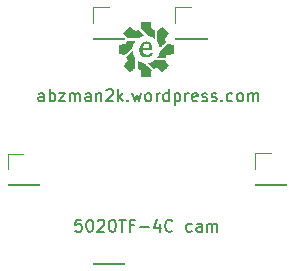
<source format=gto>
G04 #@! TF.GenerationSoftware,KiCad,Pcbnew,7.0.1*
G04 #@! TF.CreationDate,2023-04-30T12:57:05-04:00*
G04 #@! TF.ProjectId,cord reel detent ring,636f7264-2072-4656-956c-20646574656e,rev?*
G04 #@! TF.SameCoordinates,Original*
G04 #@! TF.FileFunction,Legend,Top*
G04 #@! TF.FilePolarity,Positive*
%FSLAX46Y46*%
G04 Gerber Fmt 4.6, Leading zero omitted, Abs format (unit mm)*
G04 Created by KiCad (PCBNEW 7.0.1) date 2023-04-30 12:57:05*
%MOMM*%
%LPD*%
G01*
G04 APERTURE LIST*
%ADD10C,0.200000*%
%ADD11C,0.150000*%
%ADD12C,0.120000*%
G04 APERTURE END LIST*
D10*
X-8643333Y5462380D02*
X-8643333Y5986190D01*
X-8643333Y5986190D02*
X-8690952Y6081428D01*
X-8690952Y6081428D02*
X-8786190Y6129047D01*
X-8786190Y6129047D02*
X-8976666Y6129047D01*
X-8976666Y6129047D02*
X-9071904Y6081428D01*
X-8643333Y5510000D02*
X-8738571Y5462380D01*
X-8738571Y5462380D02*
X-8976666Y5462380D01*
X-8976666Y5462380D02*
X-9071904Y5510000D01*
X-9071904Y5510000D02*
X-9119523Y5605238D01*
X-9119523Y5605238D02*
X-9119523Y5700476D01*
X-9119523Y5700476D02*
X-9071904Y5795714D01*
X-9071904Y5795714D02*
X-8976666Y5843333D01*
X-8976666Y5843333D02*
X-8738571Y5843333D01*
X-8738571Y5843333D02*
X-8643333Y5890952D01*
X-8167142Y5462380D02*
X-8167142Y6462380D01*
X-8167142Y6081428D02*
X-8071904Y6129047D01*
X-8071904Y6129047D02*
X-7881428Y6129047D01*
X-7881428Y6129047D02*
X-7786190Y6081428D01*
X-7786190Y6081428D02*
X-7738571Y6033809D01*
X-7738571Y6033809D02*
X-7690952Y5938571D01*
X-7690952Y5938571D02*
X-7690952Y5652857D01*
X-7690952Y5652857D02*
X-7738571Y5557619D01*
X-7738571Y5557619D02*
X-7786190Y5510000D01*
X-7786190Y5510000D02*
X-7881428Y5462380D01*
X-7881428Y5462380D02*
X-8071904Y5462380D01*
X-8071904Y5462380D02*
X-8167142Y5510000D01*
X-7357618Y6129047D02*
X-6833809Y6129047D01*
X-6833809Y6129047D02*
X-7357618Y5462380D01*
X-7357618Y5462380D02*
X-6833809Y5462380D01*
X-6452856Y5462380D02*
X-6452856Y6129047D01*
X-6452856Y6033809D02*
X-6405237Y6081428D01*
X-6405237Y6081428D02*
X-6309999Y6129047D01*
X-6309999Y6129047D02*
X-6167142Y6129047D01*
X-6167142Y6129047D02*
X-6071904Y6081428D01*
X-6071904Y6081428D02*
X-6024285Y5986190D01*
X-6024285Y5986190D02*
X-6024285Y5462380D01*
X-6024285Y5986190D02*
X-5976666Y6081428D01*
X-5976666Y6081428D02*
X-5881428Y6129047D01*
X-5881428Y6129047D02*
X-5738571Y6129047D01*
X-5738571Y6129047D02*
X-5643332Y6081428D01*
X-5643332Y6081428D02*
X-5595713Y5986190D01*
X-5595713Y5986190D02*
X-5595713Y5462380D01*
X-4690952Y5462380D02*
X-4690952Y5986190D01*
X-4690952Y5986190D02*
X-4738571Y6081428D01*
X-4738571Y6081428D02*
X-4833809Y6129047D01*
X-4833809Y6129047D02*
X-5024285Y6129047D01*
X-5024285Y6129047D02*
X-5119523Y6081428D01*
X-4690952Y5510000D02*
X-4786190Y5462380D01*
X-4786190Y5462380D02*
X-5024285Y5462380D01*
X-5024285Y5462380D02*
X-5119523Y5510000D01*
X-5119523Y5510000D02*
X-5167142Y5605238D01*
X-5167142Y5605238D02*
X-5167142Y5700476D01*
X-5167142Y5700476D02*
X-5119523Y5795714D01*
X-5119523Y5795714D02*
X-5024285Y5843333D01*
X-5024285Y5843333D02*
X-4786190Y5843333D01*
X-4786190Y5843333D02*
X-4690952Y5890952D01*
X-4214761Y6129047D02*
X-4214761Y5462380D01*
X-4214761Y6033809D02*
X-4167142Y6081428D01*
X-4167142Y6081428D02*
X-4071904Y6129047D01*
X-4071904Y6129047D02*
X-3929047Y6129047D01*
X-3929047Y6129047D02*
X-3833809Y6081428D01*
X-3833809Y6081428D02*
X-3786190Y5986190D01*
X-3786190Y5986190D02*
X-3786190Y5462380D01*
X-3357618Y6367142D02*
X-3309999Y6414761D01*
X-3309999Y6414761D02*
X-3214761Y6462380D01*
X-3214761Y6462380D02*
X-2976666Y6462380D01*
X-2976666Y6462380D02*
X-2881428Y6414761D01*
X-2881428Y6414761D02*
X-2833809Y6367142D01*
X-2833809Y6367142D02*
X-2786190Y6271904D01*
X-2786190Y6271904D02*
X-2786190Y6176666D01*
X-2786190Y6176666D02*
X-2833809Y6033809D01*
X-2833809Y6033809D02*
X-3405237Y5462380D01*
X-3405237Y5462380D02*
X-2786190Y5462380D01*
X-2357618Y5462380D02*
X-2357618Y6462380D01*
X-2262380Y5843333D02*
X-1976666Y5462380D01*
X-1976666Y6129047D02*
X-2357618Y5748095D01*
X-1548094Y5557619D02*
X-1500475Y5510000D01*
X-1500475Y5510000D02*
X-1548094Y5462380D01*
X-1548094Y5462380D02*
X-1595713Y5510000D01*
X-1595713Y5510000D02*
X-1548094Y5557619D01*
X-1548094Y5557619D02*
X-1548094Y5462380D01*
X-1167142Y6129047D02*
X-976666Y5462380D01*
X-976666Y5462380D02*
X-786190Y5938571D01*
X-786190Y5938571D02*
X-595714Y5462380D01*
X-595714Y5462380D02*
X-405238Y6129047D01*
X118571Y5462380D02*
X23333Y5510000D01*
X23333Y5510000D02*
X-24285Y5557619D01*
X-24285Y5557619D02*
X-71904Y5652857D01*
X-71904Y5652857D02*
X-71904Y5938571D01*
X-71904Y5938571D02*
X-24285Y6033809D01*
X-24285Y6033809D02*
X23333Y6081428D01*
X23333Y6081428D02*
X118571Y6129047D01*
X118571Y6129047D02*
X261428Y6129047D01*
X261428Y6129047D02*
X356666Y6081428D01*
X356666Y6081428D02*
X404285Y6033809D01*
X404285Y6033809D02*
X451904Y5938571D01*
X451904Y5938571D02*
X451904Y5652857D01*
X451904Y5652857D02*
X404285Y5557619D01*
X404285Y5557619D02*
X356666Y5510000D01*
X356666Y5510000D02*
X261428Y5462380D01*
X261428Y5462380D02*
X118571Y5462380D01*
X880476Y5462380D02*
X880476Y6129047D01*
X880476Y5938571D02*
X928095Y6033809D01*
X928095Y6033809D02*
X975714Y6081428D01*
X975714Y6081428D02*
X1070952Y6129047D01*
X1070952Y6129047D02*
X1166190Y6129047D01*
X1928095Y5462380D02*
X1928095Y6462380D01*
X1928095Y5510000D02*
X1832857Y5462380D01*
X1832857Y5462380D02*
X1642381Y5462380D01*
X1642381Y5462380D02*
X1547143Y5510000D01*
X1547143Y5510000D02*
X1499524Y5557619D01*
X1499524Y5557619D02*
X1451905Y5652857D01*
X1451905Y5652857D02*
X1451905Y5938571D01*
X1451905Y5938571D02*
X1499524Y6033809D01*
X1499524Y6033809D02*
X1547143Y6081428D01*
X1547143Y6081428D02*
X1642381Y6129047D01*
X1642381Y6129047D02*
X1832857Y6129047D01*
X1832857Y6129047D02*
X1928095Y6081428D01*
X2404286Y6129047D02*
X2404286Y5129047D01*
X2404286Y6081428D02*
X2499524Y6129047D01*
X2499524Y6129047D02*
X2690000Y6129047D01*
X2690000Y6129047D02*
X2785238Y6081428D01*
X2785238Y6081428D02*
X2832857Y6033809D01*
X2832857Y6033809D02*
X2880476Y5938571D01*
X2880476Y5938571D02*
X2880476Y5652857D01*
X2880476Y5652857D02*
X2832857Y5557619D01*
X2832857Y5557619D02*
X2785238Y5510000D01*
X2785238Y5510000D02*
X2690000Y5462380D01*
X2690000Y5462380D02*
X2499524Y5462380D01*
X2499524Y5462380D02*
X2404286Y5510000D01*
X3309048Y5462380D02*
X3309048Y6129047D01*
X3309048Y5938571D02*
X3356667Y6033809D01*
X3356667Y6033809D02*
X3404286Y6081428D01*
X3404286Y6081428D02*
X3499524Y6129047D01*
X3499524Y6129047D02*
X3594762Y6129047D01*
X4309048Y5510000D02*
X4213810Y5462380D01*
X4213810Y5462380D02*
X4023334Y5462380D01*
X4023334Y5462380D02*
X3928096Y5510000D01*
X3928096Y5510000D02*
X3880477Y5605238D01*
X3880477Y5605238D02*
X3880477Y5986190D01*
X3880477Y5986190D02*
X3928096Y6081428D01*
X3928096Y6081428D02*
X4023334Y6129047D01*
X4023334Y6129047D02*
X4213810Y6129047D01*
X4213810Y6129047D02*
X4309048Y6081428D01*
X4309048Y6081428D02*
X4356667Y5986190D01*
X4356667Y5986190D02*
X4356667Y5890952D01*
X4356667Y5890952D02*
X3880477Y5795714D01*
X4737620Y5510000D02*
X4832858Y5462380D01*
X4832858Y5462380D02*
X5023334Y5462380D01*
X5023334Y5462380D02*
X5118572Y5510000D01*
X5118572Y5510000D02*
X5166191Y5605238D01*
X5166191Y5605238D02*
X5166191Y5652857D01*
X5166191Y5652857D02*
X5118572Y5748095D01*
X5118572Y5748095D02*
X5023334Y5795714D01*
X5023334Y5795714D02*
X4880477Y5795714D01*
X4880477Y5795714D02*
X4785239Y5843333D01*
X4785239Y5843333D02*
X4737620Y5938571D01*
X4737620Y5938571D02*
X4737620Y5986190D01*
X4737620Y5986190D02*
X4785239Y6081428D01*
X4785239Y6081428D02*
X4880477Y6129047D01*
X4880477Y6129047D02*
X5023334Y6129047D01*
X5023334Y6129047D02*
X5118572Y6081428D01*
X5547144Y5510000D02*
X5642382Y5462380D01*
X5642382Y5462380D02*
X5832858Y5462380D01*
X5832858Y5462380D02*
X5928096Y5510000D01*
X5928096Y5510000D02*
X5975715Y5605238D01*
X5975715Y5605238D02*
X5975715Y5652857D01*
X5975715Y5652857D02*
X5928096Y5748095D01*
X5928096Y5748095D02*
X5832858Y5795714D01*
X5832858Y5795714D02*
X5690001Y5795714D01*
X5690001Y5795714D02*
X5594763Y5843333D01*
X5594763Y5843333D02*
X5547144Y5938571D01*
X5547144Y5938571D02*
X5547144Y5986190D01*
X5547144Y5986190D02*
X5594763Y6081428D01*
X5594763Y6081428D02*
X5690001Y6129047D01*
X5690001Y6129047D02*
X5832858Y6129047D01*
X5832858Y6129047D02*
X5928096Y6081428D01*
X6404287Y5557619D02*
X6451906Y5510000D01*
X6451906Y5510000D02*
X6404287Y5462380D01*
X6404287Y5462380D02*
X6356668Y5510000D01*
X6356668Y5510000D02*
X6404287Y5557619D01*
X6404287Y5557619D02*
X6404287Y5462380D01*
X7309048Y5510000D02*
X7213810Y5462380D01*
X7213810Y5462380D02*
X7023334Y5462380D01*
X7023334Y5462380D02*
X6928096Y5510000D01*
X6928096Y5510000D02*
X6880477Y5557619D01*
X6880477Y5557619D02*
X6832858Y5652857D01*
X6832858Y5652857D02*
X6832858Y5938571D01*
X6832858Y5938571D02*
X6880477Y6033809D01*
X6880477Y6033809D02*
X6928096Y6081428D01*
X6928096Y6081428D02*
X7023334Y6129047D01*
X7023334Y6129047D02*
X7213810Y6129047D01*
X7213810Y6129047D02*
X7309048Y6081428D01*
X7880477Y5462380D02*
X7785239Y5510000D01*
X7785239Y5510000D02*
X7737620Y5557619D01*
X7737620Y5557619D02*
X7690001Y5652857D01*
X7690001Y5652857D02*
X7690001Y5938571D01*
X7690001Y5938571D02*
X7737620Y6033809D01*
X7737620Y6033809D02*
X7785239Y6081428D01*
X7785239Y6081428D02*
X7880477Y6129047D01*
X7880477Y6129047D02*
X8023334Y6129047D01*
X8023334Y6129047D02*
X8118572Y6081428D01*
X8118572Y6081428D02*
X8166191Y6033809D01*
X8166191Y6033809D02*
X8213810Y5938571D01*
X8213810Y5938571D02*
X8213810Y5652857D01*
X8213810Y5652857D02*
X8166191Y5557619D01*
X8166191Y5557619D02*
X8118572Y5510000D01*
X8118572Y5510000D02*
X8023334Y5462380D01*
X8023334Y5462380D02*
X7880477Y5462380D01*
X8642382Y5462380D02*
X8642382Y6129047D01*
X8642382Y6033809D02*
X8690001Y6081428D01*
X8690001Y6081428D02*
X8785239Y6129047D01*
X8785239Y6129047D02*
X8928096Y6129047D01*
X8928096Y6129047D02*
X9023334Y6081428D01*
X9023334Y6081428D02*
X9070953Y5986190D01*
X9070953Y5986190D02*
X9070953Y5462380D01*
X9070953Y5986190D02*
X9118572Y6081428D01*
X9118572Y6081428D02*
X9213810Y6129047D01*
X9213810Y6129047D02*
X9356667Y6129047D01*
X9356667Y6129047D02*
X9451906Y6081428D01*
X9451906Y6081428D02*
X9499525Y5986190D01*
X9499525Y5986190D02*
X9499525Y5462380D01*
D11*
X-5485714Y-4592619D02*
X-5961904Y-4592619D01*
X-5961904Y-4592619D02*
X-6009523Y-5068809D01*
X-6009523Y-5068809D02*
X-5961904Y-5021190D01*
X-5961904Y-5021190D02*
X-5866666Y-4973571D01*
X-5866666Y-4973571D02*
X-5628571Y-4973571D01*
X-5628571Y-4973571D02*
X-5533333Y-5021190D01*
X-5533333Y-5021190D02*
X-5485714Y-5068809D01*
X-5485714Y-5068809D02*
X-5438095Y-5164047D01*
X-5438095Y-5164047D02*
X-5438095Y-5402142D01*
X-5438095Y-5402142D02*
X-5485714Y-5497380D01*
X-5485714Y-5497380D02*
X-5533333Y-5545000D01*
X-5533333Y-5545000D02*
X-5628571Y-5592619D01*
X-5628571Y-5592619D02*
X-5866666Y-5592619D01*
X-5866666Y-5592619D02*
X-5961904Y-5545000D01*
X-5961904Y-5545000D02*
X-6009523Y-5497380D01*
X-4819047Y-4592619D02*
X-4723809Y-4592619D01*
X-4723809Y-4592619D02*
X-4628571Y-4640238D01*
X-4628571Y-4640238D02*
X-4580952Y-4687857D01*
X-4580952Y-4687857D02*
X-4533333Y-4783095D01*
X-4533333Y-4783095D02*
X-4485714Y-4973571D01*
X-4485714Y-4973571D02*
X-4485714Y-5211666D01*
X-4485714Y-5211666D02*
X-4533333Y-5402142D01*
X-4533333Y-5402142D02*
X-4580952Y-5497380D01*
X-4580952Y-5497380D02*
X-4628571Y-5545000D01*
X-4628571Y-5545000D02*
X-4723809Y-5592619D01*
X-4723809Y-5592619D02*
X-4819047Y-5592619D01*
X-4819047Y-5592619D02*
X-4914285Y-5545000D01*
X-4914285Y-5545000D02*
X-4961904Y-5497380D01*
X-4961904Y-5497380D02*
X-5009523Y-5402142D01*
X-5009523Y-5402142D02*
X-5057142Y-5211666D01*
X-5057142Y-5211666D02*
X-5057142Y-4973571D01*
X-5057142Y-4973571D02*
X-5009523Y-4783095D01*
X-5009523Y-4783095D02*
X-4961904Y-4687857D01*
X-4961904Y-4687857D02*
X-4914285Y-4640238D01*
X-4914285Y-4640238D02*
X-4819047Y-4592619D01*
X-4104761Y-4687857D02*
X-4057142Y-4640238D01*
X-4057142Y-4640238D02*
X-3961904Y-4592619D01*
X-3961904Y-4592619D02*
X-3723809Y-4592619D01*
X-3723809Y-4592619D02*
X-3628571Y-4640238D01*
X-3628571Y-4640238D02*
X-3580952Y-4687857D01*
X-3580952Y-4687857D02*
X-3533333Y-4783095D01*
X-3533333Y-4783095D02*
X-3533333Y-4878333D01*
X-3533333Y-4878333D02*
X-3580952Y-5021190D01*
X-3580952Y-5021190D02*
X-4152380Y-5592619D01*
X-4152380Y-5592619D02*
X-3533333Y-5592619D01*
X-2914285Y-4592619D02*
X-2819047Y-4592619D01*
X-2819047Y-4592619D02*
X-2723809Y-4640238D01*
X-2723809Y-4640238D02*
X-2676190Y-4687857D01*
X-2676190Y-4687857D02*
X-2628571Y-4783095D01*
X-2628571Y-4783095D02*
X-2580952Y-4973571D01*
X-2580952Y-4973571D02*
X-2580952Y-5211666D01*
X-2580952Y-5211666D02*
X-2628571Y-5402142D01*
X-2628571Y-5402142D02*
X-2676190Y-5497380D01*
X-2676190Y-5497380D02*
X-2723809Y-5545000D01*
X-2723809Y-5545000D02*
X-2819047Y-5592619D01*
X-2819047Y-5592619D02*
X-2914285Y-5592619D01*
X-2914285Y-5592619D02*
X-3009523Y-5545000D01*
X-3009523Y-5545000D02*
X-3057142Y-5497380D01*
X-3057142Y-5497380D02*
X-3104761Y-5402142D01*
X-3104761Y-5402142D02*
X-3152380Y-5211666D01*
X-3152380Y-5211666D02*
X-3152380Y-4973571D01*
X-3152380Y-4973571D02*
X-3104761Y-4783095D01*
X-3104761Y-4783095D02*
X-3057142Y-4687857D01*
X-3057142Y-4687857D02*
X-3009523Y-4640238D01*
X-3009523Y-4640238D02*
X-2914285Y-4592619D01*
X-2295237Y-4592619D02*
X-1723809Y-4592619D01*
X-2009523Y-5592619D02*
X-2009523Y-4592619D01*
X-1057142Y-5068809D02*
X-1390475Y-5068809D01*
X-1390475Y-5592619D02*
X-1390475Y-4592619D01*
X-1390475Y-4592619D02*
X-914285Y-4592619D01*
X-533332Y-5211666D02*
X228572Y-5211666D01*
X1133333Y-4925952D02*
X1133333Y-5592619D01*
X895238Y-4545000D02*
X657143Y-5259285D01*
X657143Y-5259285D02*
X1276190Y-5259285D01*
X2228571Y-5497380D02*
X2180952Y-5545000D01*
X2180952Y-5545000D02*
X2038095Y-5592619D01*
X2038095Y-5592619D02*
X1942857Y-5592619D01*
X1942857Y-5592619D02*
X1800000Y-5545000D01*
X1800000Y-5545000D02*
X1704762Y-5449761D01*
X1704762Y-5449761D02*
X1657143Y-5354523D01*
X1657143Y-5354523D02*
X1609524Y-5164047D01*
X1609524Y-5164047D02*
X1609524Y-5021190D01*
X1609524Y-5021190D02*
X1657143Y-4830714D01*
X1657143Y-4830714D02*
X1704762Y-4735476D01*
X1704762Y-4735476D02*
X1800000Y-4640238D01*
X1800000Y-4640238D02*
X1942857Y-4592619D01*
X1942857Y-4592619D02*
X2038095Y-4592619D01*
X2038095Y-4592619D02*
X2180952Y-4640238D01*
X2180952Y-4640238D02*
X2228571Y-4687857D01*
X3847619Y-5545000D02*
X3752381Y-5592619D01*
X3752381Y-5592619D02*
X3561905Y-5592619D01*
X3561905Y-5592619D02*
X3466667Y-5545000D01*
X3466667Y-5545000D02*
X3419048Y-5497380D01*
X3419048Y-5497380D02*
X3371429Y-5402142D01*
X3371429Y-5402142D02*
X3371429Y-5116428D01*
X3371429Y-5116428D02*
X3419048Y-5021190D01*
X3419048Y-5021190D02*
X3466667Y-4973571D01*
X3466667Y-4973571D02*
X3561905Y-4925952D01*
X3561905Y-4925952D02*
X3752381Y-4925952D01*
X3752381Y-4925952D02*
X3847619Y-4973571D01*
X4704762Y-5592619D02*
X4704762Y-5068809D01*
X4704762Y-5068809D02*
X4657143Y-4973571D01*
X4657143Y-4973571D02*
X4561905Y-4925952D01*
X4561905Y-4925952D02*
X4371429Y-4925952D01*
X4371429Y-4925952D02*
X4276191Y-4973571D01*
X4704762Y-5545000D02*
X4609524Y-5592619D01*
X4609524Y-5592619D02*
X4371429Y-5592619D01*
X4371429Y-5592619D02*
X4276191Y-5545000D01*
X4276191Y-5545000D02*
X4228572Y-5449761D01*
X4228572Y-5449761D02*
X4228572Y-5354523D01*
X4228572Y-5354523D02*
X4276191Y-5259285D01*
X4276191Y-5259285D02*
X4371429Y-5211666D01*
X4371429Y-5211666D02*
X4609524Y-5211666D01*
X4609524Y-5211666D02*
X4704762Y-5164047D01*
X5180953Y-5592619D02*
X5180953Y-4925952D01*
X5180953Y-5021190D02*
X5228572Y-4973571D01*
X5228572Y-4973571D02*
X5323810Y-4925952D01*
X5323810Y-4925952D02*
X5466667Y-4925952D01*
X5466667Y-4925952D02*
X5561905Y-4973571D01*
X5561905Y-4973571D02*
X5609524Y-5068809D01*
X5609524Y-5068809D02*
X5609524Y-5592619D01*
X5609524Y-5068809D02*
X5657143Y-4973571D01*
X5657143Y-4973571D02*
X5752381Y-4925952D01*
X5752381Y-4925952D02*
X5895238Y-4925952D01*
X5895238Y-4925952D02*
X5990477Y-4973571D01*
X5990477Y-4973571D02*
X6038096Y-5068809D01*
X6038096Y-5068809D02*
X6038096Y-5592619D01*
D12*
X-4505000Y-8255000D02*
X-1845000Y-8255000D01*
X-4505000Y-8315000D02*
X-1845000Y-8315000D01*
X-1845000Y-8255000D02*
X-1845000Y-8315000D01*
X-4505000Y-8255000D02*
X-4505000Y-8315000D01*
X2480000Y13395000D02*
X3810000Y13395000D01*
X2480000Y12065000D02*
X2480000Y13395000D01*
X2480000Y10795000D02*
X2480000Y10735000D01*
X2480000Y10795000D02*
X5140000Y10795000D01*
X2480000Y10735000D02*
X5140000Y10735000D01*
X5140000Y10795000D02*
X5140000Y10735000D01*
X9220000Y1060000D02*
X10550000Y1060000D01*
X9220000Y-270000D02*
X9220000Y1060000D01*
X9220000Y-1540000D02*
X9220000Y-1600000D01*
X9220000Y-1540000D02*
X11880000Y-1540000D01*
X9220000Y-1600000D02*
X11880000Y-1600000D01*
X11880000Y-1540000D02*
X11880000Y-1600000D01*
X-4505000Y13395000D02*
X-3175000Y13395000D01*
X-4505000Y12065000D02*
X-4505000Y13395000D01*
X-4505000Y10795000D02*
X-4505000Y10735000D01*
X-4505000Y10795000D02*
X-1845000Y10795000D01*
X-4505000Y10735000D02*
X-1845000Y10735000D01*
X-1845000Y10795000D02*
X-1845000Y10735000D01*
G36*
X402529Y12142580D02*
G01*
X405364Y12120349D01*
X409266Y12086086D01*
X413654Y12045046D01*
X416757Y12014538D01*
X422149Y11962631D01*
X428705Y11902982D01*
X435369Y11845071D01*
X438475Y11819220D01*
X444273Y11769162D01*
X449928Y11715688D01*
X454622Y11666723D01*
X456648Y11642680D01*
X460438Y11606711D01*
X465264Y11579565D01*
X470418Y11564864D01*
X472188Y11563323D01*
X497913Y11555572D01*
X533708Y11543951D01*
X574794Y11530105D01*
X616397Y11515682D01*
X653739Y11502326D01*
X682044Y11491685D01*
X692294Y11487469D01*
X729187Y11471176D01*
X729187Y11106989D01*
X729137Y11029378D01*
X728994Y10957426D01*
X728770Y10892926D01*
X728473Y10837671D01*
X728117Y10793454D01*
X727710Y10762070D01*
X727264Y10745310D01*
X727017Y10742970D01*
X719435Y10747653D01*
X700792Y10760119D01*
X674270Y10778224D01*
X655400Y10791245D01*
X539310Y10861325D01*
X413706Y10917725D01*
X280993Y10959392D01*
X260424Y10964352D01*
X195318Y10979437D01*
X-128056Y11301641D01*
X-451431Y11623846D01*
X-446581Y11667278D01*
X-443603Y11693623D01*
X-439246Y11731768D01*
X-434132Y11776268D01*
X-429673Y11814880D01*
X-423604Y11868589D01*
X-417082Y11928379D01*
X-411075Y11985295D01*
X-408100Y12014538D01*
X-403713Y12057204D01*
X-399397Y12096837D01*
X-395735Y12128185D01*
X-393848Y12142580D01*
X-389109Y12175133D01*
X397791Y12175133D01*
X402529Y12142580D01*
G37*
G36*
X-1147665Y9693473D02*
G01*
X-1142586Y9674534D01*
X-1141542Y9668554D01*
X-1113410Y9536585D01*
X-1071769Y9410340D01*
X-1017745Y9292862D01*
X-975810Y9221538D01*
X-937525Y9162356D01*
X-937525Y8253213D01*
X-966166Y8228442D01*
X-991448Y8207098D01*
X-1020196Y8183541D01*
X-1029102Y8176405D01*
X-1046299Y8162669D01*
X-1074375Y8140173D01*
X-1110683Y8111039D01*
X-1152576Y8077393D01*
X-1197407Y8041357D01*
X-1206630Y8033940D01*
X-1249697Y7999321D01*
X-1288452Y7968207D01*
X-1320755Y7942310D01*
X-1344471Y7923343D01*
X-1357461Y7913019D01*
X-1358974Y7911843D01*
X-1367153Y7916236D01*
X-1386628Y7932357D01*
X-1416612Y7959466D01*
X-1456322Y7996821D01*
X-1504974Y8043680D01*
X-1561782Y8099303D01*
X-1625962Y8162947D01*
X-1647656Y8184614D01*
X-1927226Y8464283D01*
X-1804918Y8616102D01*
X-1768665Y8661078D01*
X-1735364Y8702347D01*
X-1706804Y8737694D01*
X-1684774Y8764906D01*
X-1671064Y8781769D01*
X-1668150Y8785314D01*
X-1656567Y8799492D01*
X-1637334Y8823288D01*
X-1613637Y8852752D01*
X-1599527Y8870353D01*
X-1545363Y8938000D01*
X-1583645Y9013556D01*
X-1603639Y9053783D01*
X-1623644Y9095304D01*
X-1640254Y9131011D01*
X-1644636Y9140824D01*
X-1667347Y9192537D01*
X-1413171Y9446822D01*
X-1358446Y9501427D01*
X-1307469Y9552013D01*
X-1261555Y9597298D01*
X-1222015Y9636001D01*
X-1190164Y9666837D01*
X-1167313Y9688526D01*
X-1154776Y9699784D01*
X-1152823Y9701107D01*
X-1147665Y9693473D01*
G37*
G36*
X1138051Y8902063D02*
G01*
X1584245Y8901653D01*
X1623309Y8852357D01*
X1644961Y8825114D01*
X1664167Y8801090D01*
X1676763Y8785492D01*
X1687877Y8771790D01*
X1707148Y8747900D01*
X1732640Y8716231D01*
X1762418Y8679194D01*
X1794547Y8639199D01*
X1827093Y8598656D01*
X1858121Y8559975D01*
X1885696Y8525566D01*
X1907883Y8497840D01*
X1922746Y8479206D01*
X1928157Y8472344D01*
X1923764Y8464165D01*
X1907643Y8444691D01*
X1880534Y8414706D01*
X1843179Y8374996D01*
X1796320Y8326345D01*
X1740697Y8269537D01*
X1677053Y8205357D01*
X1655386Y8183663D01*
X1375717Y7904092D01*
X1223898Y8026401D01*
X1178922Y8062653D01*
X1137653Y8095954D01*
X1102306Y8124514D01*
X1075094Y8146544D01*
X1058231Y8160255D01*
X1054686Y8163168D01*
X1040508Y8174751D01*
X1016712Y8193984D01*
X987248Y8217682D01*
X969647Y8231792D01*
X902000Y8285955D01*
X826444Y8247674D01*
X786514Y8227816D01*
X745580Y8208072D01*
X710601Y8191780D01*
X700820Y8187409D01*
X650751Y8165425D01*
X394007Y8421731D01*
X339277Y8476552D01*
X288722Y8527549D01*
X243595Y8573432D01*
X205146Y8612910D01*
X174630Y8644696D01*
X153297Y8667497D01*
X142402Y8680024D01*
X141269Y8682043D01*
X151287Y8685376D01*
X173511Y8690140D01*
X200679Y8694898D01*
X329993Y8724249D01*
X457178Y8770470D01*
X581033Y8833095D01*
X625885Y8860399D01*
X691858Y8902474D01*
X1138051Y8902063D01*
G37*
G36*
X-1313961Y11725564D02*
G01*
X-1292255Y11708620D01*
X-1260076Y11683148D01*
X-1220363Y11651507D01*
X-1176053Y11616057D01*
X-1130085Y11579155D01*
X-1085397Y11543163D01*
X-1044926Y11510439D01*
X-1011611Y11483343D01*
X-988391Y11464234D01*
X-985340Y11461682D01*
X-968623Y11448008D01*
X-944750Y11428901D01*
X-929119Y11416546D01*
X-890330Y11386058D01*
X-829290Y11419040D01*
X-789437Y11439556D01*
X-743376Y11461776D01*
X-701006Y11480925D01*
X-700594Y11481102D01*
X-632938Y11510183D01*
X-377235Y11254589D01*
X-322475Y11199713D01*
X-271729Y11148589D01*
X-226277Y11102526D01*
X-187397Y11062832D01*
X-156368Y11030815D01*
X-134467Y11007784D01*
X-122975Y10995047D01*
X-121531Y10992962D01*
X-129284Y10988399D01*
X-149017Y10983547D01*
X-162765Y10981336D01*
X-198693Y10974859D01*
X-245266Y10964228D01*
X-296721Y10950970D01*
X-347298Y10936613D01*
X-391235Y10922684D01*
X-411360Y10915422D01*
X-463103Y10893177D01*
X-520849Y10864802D01*
X-576961Y10834239D01*
X-621575Y10806917D01*
X-665877Y10777525D01*
X-1586588Y10777525D01*
X-1600010Y10798009D01*
X-1614403Y10817960D01*
X-1625043Y10830562D01*
X-1634351Y10841335D01*
X-1652276Y10862994D01*
X-1676617Y10892845D01*
X-1705172Y10928197D01*
X-1720105Y10946801D01*
X-1753419Y10988343D01*
X-1786936Y11030063D01*
X-1817298Y11067786D01*
X-1841147Y11097338D01*
X-1846373Y11103792D01*
X-1869856Y11133173D01*
X-1891473Y11160922D01*
X-1906815Y11181373D01*
X-1907626Y11182506D01*
X-1926063Y11208398D01*
X-1367225Y11766460D01*
X-1313961Y11725564D01*
G37*
G36*
X1655386Y11487656D02*
G01*
X1721412Y11421309D01*
X1779650Y11362086D01*
X1829359Y11310772D01*
X1869798Y11268150D01*
X1900226Y11235007D01*
X1919901Y11212125D01*
X1928081Y11200291D01*
X1928157Y11198974D01*
X1920559Y11189345D01*
X1904029Y11168629D01*
X1880523Y11139265D01*
X1851999Y11103687D01*
X1820413Y11064332D01*
X1787723Y11023637D01*
X1755885Y10984038D01*
X1726857Y10947971D01*
X1702595Y10917872D01*
X1685056Y10896179D01*
X1676763Y10886005D01*
X1665205Y10871821D01*
X1645996Y10848026D01*
X1622322Y10818574D01*
X1608303Y10801083D01*
X1554234Y10733553D01*
X1600728Y10640519D01*
X1620311Y10600524D01*
X1638017Y10562897D01*
X1651741Y10532196D01*
X1658810Y10514659D01*
X1670397Y10481834D01*
X1419038Y10230363D01*
X1364643Y10176077D01*
X1314023Y10125815D01*
X1268496Y10080867D01*
X1229381Y10042522D01*
X1197993Y10012069D01*
X1175652Y9990798D01*
X1163674Y9979997D01*
X1162041Y9978892D01*
X1154518Y9985776D01*
X1151134Y9992624D01*
X1146758Y10012635D01*
X1145865Y10025712D01*
X1143187Y10047862D01*
X1135934Y10082025D01*
X1125275Y10123830D01*
X1112381Y10168908D01*
X1098420Y10212887D01*
X1087529Y10243657D01*
X1057099Y10317793D01*
X1023524Y10384429D01*
X983988Y10450096D01*
X946207Y10508962D01*
X946207Y11418105D01*
X974847Y11442877D01*
X1000112Y11464221D01*
X1028846Y11487803D01*
X1037783Y11494982D01*
X1054658Y11508496D01*
X1082517Y11530881D01*
X1118834Y11560104D01*
X1161081Y11594130D01*
X1206733Y11630927D01*
X1223898Y11644770D01*
X1375717Y11767226D01*
X1655386Y11487656D01*
G37*
G36*
X1828143Y10287424D02*
G01*
X1857968Y10284118D01*
X1899141Y10279458D01*
X1945770Y10274115D01*
X1983562Y10269739D01*
X2037268Y10263642D01*
X2097055Y10257098D01*
X2153969Y10251078D01*
X2183220Y10248100D01*
X2225885Y10243713D01*
X2265518Y10239397D01*
X2296867Y10235735D01*
X2311261Y10233848D01*
X2343814Y10229109D01*
X2343814Y9442209D01*
X2311261Y9437471D01*
X2289030Y9434636D01*
X2254768Y9430734D01*
X2213727Y9426346D01*
X2183220Y9423243D01*
X2131312Y9417851D01*
X2071664Y9411295D01*
X2013753Y9404631D01*
X1987902Y9401525D01*
X1937843Y9395727D01*
X1884369Y9390072D01*
X1835404Y9385378D01*
X1811362Y9383352D01*
X1775411Y9379564D01*
X1748259Y9374738D01*
X1733536Y9369587D01*
X1731983Y9367812D01*
X1722236Y9335357D01*
X1708543Y9293034D01*
X1693054Y9247230D01*
X1677917Y9204334D01*
X1668156Y9178089D01*
X1645603Y9119494D01*
X1282884Y9119494D01*
X1205427Y9119585D01*
X1133625Y9119844D01*
X1069278Y9120252D01*
X1014183Y9120789D01*
X970137Y9121437D01*
X938940Y9122175D01*
X922387Y9122984D01*
X920164Y9123418D01*
X924786Y9131887D01*
X937032Y9150788D01*
X954474Y9176398D01*
X958742Y9182529D01*
X1004905Y9255395D01*
X1047866Y9335900D01*
X1083020Y9415289D01*
X1087745Y9427662D01*
X1101314Y9466857D01*
X1114879Y9510711D01*
X1127274Y9554886D01*
X1137337Y9595045D01*
X1143903Y9626851D01*
X1145865Y9644191D01*
X1152001Y9655017D01*
X1170443Y9677431D01*
X1201242Y9711487D01*
X1244450Y9757239D01*
X1300118Y9814742D01*
X1368298Y9884050D01*
X1449041Y9965217D01*
X1461379Y9977558D01*
X1776894Y10292984D01*
X1828143Y10287424D01*
G37*
G36*
X-697508Y8914811D02*
G01*
X-675679Y8899881D01*
X-648689Y8881162D01*
X-646204Y8879426D01*
X-577057Y8835677D01*
X-499561Y8794179D01*
X-422564Y8759574D01*
X-403657Y8752255D01*
X-367939Y8739881D01*
X-326697Y8727010D01*
X-284241Y8714823D01*
X-244881Y8704498D01*
X-212927Y8697218D01*
X-192689Y8694163D01*
X-191468Y8694135D01*
X-182876Y8688158D01*
X-163264Y8670992D01*
X-133826Y8643784D01*
X-95760Y8607682D01*
X-50260Y8563832D01*
X1477Y8513382D01*
X58255Y8457480D01*
X118880Y8397272D01*
X141620Y8374559D01*
X461108Y8054984D01*
X455761Y8007796D01*
X452565Y7979786D01*
X448018Y7940188D01*
X442772Y7894662D01*
X438354Y7856438D01*
X432285Y7802729D01*
X425764Y7742940D01*
X419756Y7686023D01*
X416782Y7656780D01*
X412394Y7614115D01*
X408078Y7574482D01*
X404417Y7543133D01*
X402529Y7528739D01*
X397791Y7496186D01*
X-389109Y7496186D01*
X-393848Y7528739D01*
X-396682Y7550970D01*
X-400585Y7585232D01*
X-404973Y7626273D01*
X-408075Y7656780D01*
X-413468Y7708688D01*
X-420023Y7768336D01*
X-426687Y7826247D01*
X-429793Y7852098D01*
X-435592Y7902157D01*
X-441246Y7955631D01*
X-445940Y8004596D01*
X-447966Y8028638D01*
X-451756Y8064607D01*
X-456583Y8091753D01*
X-461736Y8106455D01*
X-463507Y8107996D01*
X-489232Y8115746D01*
X-525026Y8127368D01*
X-566113Y8141213D01*
X-607716Y8155637D01*
X-645058Y8168992D01*
X-673363Y8179633D01*
X-683612Y8183849D01*
X-720505Y8200142D01*
X-720505Y8564842D01*
X-720409Y8656964D01*
X-720094Y8732998D01*
X-719522Y8794219D01*
X-718654Y8841900D01*
X-717452Y8877314D01*
X-715877Y8901735D01*
X-713890Y8916435D01*
X-711454Y8922690D01*
X-709654Y8922857D01*
X-697508Y8914811D01*
G37*
G36*
X-1174355Y10560409D02*
G01*
X-1098320Y10560094D01*
X-1037099Y10559522D01*
X-989418Y10558654D01*
X-954004Y10557452D01*
X-929584Y10555877D01*
X-914883Y10553890D01*
X-908629Y10551454D01*
X-908462Y10549654D01*
X-916507Y10537508D01*
X-931437Y10515679D01*
X-950157Y10488689D01*
X-951892Y10486204D01*
X-995642Y10417057D01*
X-1037139Y10339561D01*
X-1071745Y10262564D01*
X-1079064Y10243657D01*
X-1091437Y10207939D01*
X-1104308Y10166697D01*
X-1116496Y10124241D01*
X-1126820Y10084881D01*
X-1134100Y10052927D01*
X-1137156Y10032689D01*
X-1137184Y10031468D01*
X-1143204Y10021948D01*
X-1160326Y10001846D01*
X-1187138Y9972561D01*
X-1222228Y9935495D01*
X-1264187Y9892046D01*
X-1311604Y9843615D01*
X-1363066Y9791600D01*
X-1417164Y9737403D01*
X-1472487Y9682422D01*
X-1527623Y9628057D01*
X-1581162Y9575708D01*
X-1631693Y9526775D01*
X-1677804Y9482657D01*
X-1718086Y9444754D01*
X-1751126Y9414466D01*
X-1775515Y9393193D01*
X-1789841Y9382334D01*
X-1792627Y9381218D01*
X-1814226Y9383195D01*
X-1835987Y9385536D01*
X-1913921Y9394542D01*
X-1977508Y9401836D01*
X-2029643Y9407739D01*
X-2073221Y9412573D01*
X-2111136Y9416660D01*
X-2146284Y9420322D01*
X-2174538Y9423180D01*
X-2217203Y9427583D01*
X-2256835Y9431912D01*
X-2288184Y9435581D01*
X-2302580Y9437471D01*
X-2335133Y9442209D01*
X-2335133Y10229109D01*
X-2302580Y10233848D01*
X-2280349Y10236682D01*
X-2246086Y10240585D01*
X-2205046Y10244973D01*
X-2174538Y10248075D01*
X-2122631Y10253468D01*
X-2062982Y10260023D01*
X-2005071Y10266687D01*
X-1979220Y10269793D01*
X-1929162Y10275592D01*
X-1875688Y10281246D01*
X-1826723Y10285940D01*
X-1802680Y10287966D01*
X-1766711Y10291756D01*
X-1739565Y10296583D01*
X-1724864Y10301736D01*
X-1723323Y10303507D01*
X-1715572Y10329232D01*
X-1703951Y10365026D01*
X-1690105Y10406113D01*
X-1675682Y10447716D01*
X-1662326Y10485058D01*
X-1651685Y10513363D01*
X-1647469Y10523612D01*
X-1631176Y10560505D01*
X-1266477Y10560505D01*
X-1174355Y10560409D01*
G37*
G36*
X-567436Y9987573D02*
G01*
X-295477Y9987573D01*
X-58760Y9987622D01*
X7461Y9987956D01*
X68483Y9988878D01*
X121809Y9990305D01*
X164943Y9992154D01*
X195387Y9994344D01*
X209617Y9996464D01*
X241190Y10011609D01*
X261398Y10037298D01*
X271229Y10075232D01*
X272557Y10104764D01*
X263583Y10166483D01*
X238921Y10223842D01*
X200132Y10274425D01*
X148782Y10315816D01*
X128402Y10327542D01*
X83130Y10343068D01*
X29764Y10348695D01*
X-25614Y10344549D01*
X-76922Y10330755D01*
X-94236Y10322933D01*
X-151433Y10284030D01*
X-201287Y10231670D01*
X-241522Y10169001D01*
X-269859Y10099173D01*
X-277389Y10069767D01*
X-283720Y10040364D01*
X-289227Y10015198D01*
X-291038Y10007105D01*
X-295477Y9987573D01*
X-567436Y9987573D01*
X-547370Y10076509D01*
X-514521Y10162830D01*
X-469085Y10241373D01*
X-409297Y10315651D01*
X-390635Y10335258D01*
X-317373Y10400207D01*
X-239009Y10450028D01*
X-151918Y10486892D01*
X-121607Y10496309D01*
X-83112Y10506724D01*
X-51721Y10513081D01*
X-21102Y10516039D01*
X15080Y10516264D01*
X55094Y10514791D01*
X131080Y10507998D01*
X196180Y10494138D01*
X256005Y10471551D01*
X316167Y10438581D01*
X319036Y10436786D01*
X384465Y10385673D01*
X440304Y10321533D01*
X484966Y10246747D01*
X516860Y10163696D01*
X526162Y10126466D01*
X532673Y10083911D01*
X536166Y10035370D01*
X536775Y9985001D01*
X534633Y9936962D01*
X529876Y9895410D01*
X522636Y9864503D01*
X517355Y9853095D01*
X503086Y9831319D01*
X-295147Y9831319D01*
X-294842Y9794425D01*
X-286327Y9711667D01*
X-262999Y9634288D01*
X-226083Y9564340D01*
X-176803Y9503877D01*
X-116383Y9454951D01*
X-80080Y9434310D01*
X-51604Y9420522D01*
X-29222Y9411285D01*
X-8174Y9405688D01*
X16302Y9402819D01*
X48966Y9401767D01*
X90685Y9401620D01*
X136502Y9401944D01*
X169514Y9403380D01*
X194274Y9406625D01*
X215332Y9412374D01*
X237242Y9421324D01*
X246023Y9425374D01*
X282029Y9445229D01*
X323747Y9472735D01*
X365452Y9503710D01*
X401418Y9533973D01*
X420194Y9552583D01*
X437853Y9566872D01*
X456374Y9568781D01*
X479019Y9557723D01*
X504209Y9537458D01*
X541888Y9504021D01*
X511836Y9454344D01*
X453496Y9373754D01*
X384021Y9305711D01*
X304735Y9251298D01*
X216965Y9211595D01*
X212349Y9210006D01*
X176336Y9198891D01*
X142676Y9191520D01*
X105496Y9187008D01*
X58925Y9184467D01*
X39064Y9183874D01*
X-6899Y9183481D01*
X-51299Y9184480D01*
X-88559Y9186669D01*
X-110052Y9189245D01*
X-181017Y9207912D01*
X-254598Y9237813D01*
X-323495Y9275926D01*
X-330268Y9280353D01*
X-399169Y9336372D01*
X-457929Y9405238D01*
X-505991Y9485317D01*
X-542796Y9574980D01*
X-567785Y9672592D01*
X-580399Y9776523D01*
X-580080Y9885141D01*
X-569395Y9978892D01*
X-567436Y9987573D01*
G37*
X-11720000Y1020000D02*
X-10390000Y1020000D01*
X-11720000Y-310000D02*
X-11720000Y1020000D01*
X-11720000Y-1580000D02*
X-11720000Y-1640000D01*
X-11720000Y-1580000D02*
X-9060000Y-1580000D01*
X-11720000Y-1640000D02*
X-9060000Y-1640000D01*
X-9060000Y-1580000D02*
X-9060000Y-1640000D01*
M02*

</source>
